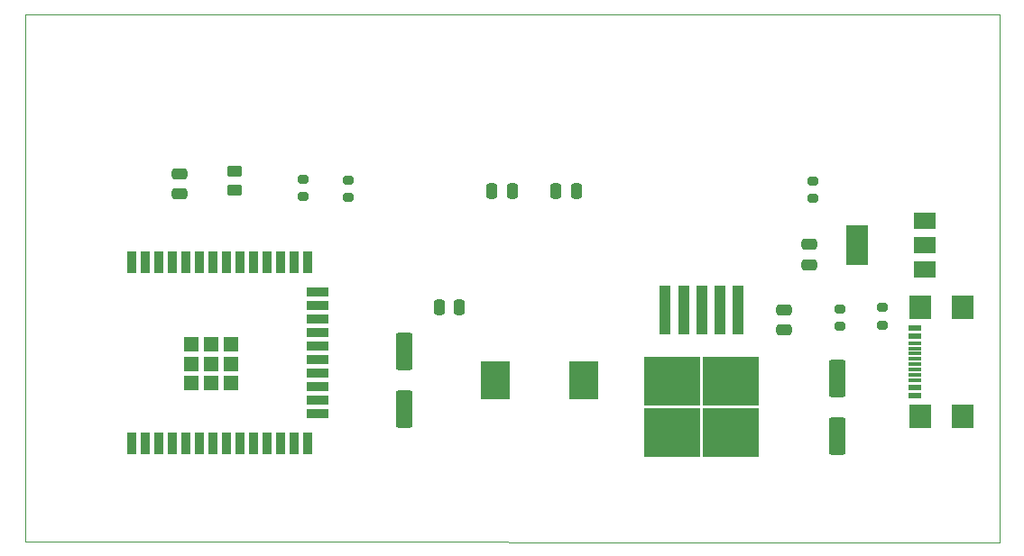
<source format=gbr>
%TF.GenerationSoftware,KiCad,Pcbnew,(6.0.8)*%
%TF.CreationDate,2022-12-01T23:18:13-05:00*%
%TF.ProjectId,HardwareDesign,48617264-7761-4726-9544-657369676e2e,1.0.*%
%TF.SameCoordinates,Original*%
%TF.FileFunction,Paste,Top*%
%TF.FilePolarity,Positive*%
%FSLAX46Y46*%
G04 Gerber Fmt 4.6, Leading zero omitted, Abs format (unit mm)*
G04 Created by KiCad (PCBNEW (6.0.8)) date 2022-12-01 23:18:13*
%MOMM*%
%LPD*%
G01*
G04 APERTURE LIST*
G04 Aperture macros list*
%AMRoundRect*
0 Rectangle with rounded corners*
0 $1 Rounding radius*
0 $2 $3 $4 $5 $6 $7 $8 $9 X,Y pos of 4 corners*
0 Add a 4 corners polygon primitive as box body*
4,1,4,$2,$3,$4,$5,$6,$7,$8,$9,$2,$3,0*
0 Add four circle primitives for the rounded corners*
1,1,$1+$1,$2,$3*
1,1,$1+$1,$4,$5*
1,1,$1+$1,$6,$7*
1,1,$1+$1,$8,$9*
0 Add four rect primitives between the rounded corners*
20,1,$1+$1,$2,$3,$4,$5,0*
20,1,$1+$1,$4,$5,$6,$7,0*
20,1,$1+$1,$6,$7,$8,$9,0*
20,1,$1+$1,$8,$9,$2,$3,0*%
G04 Aperture macros list end*
%TA.AperFunction,Profile*%
%ADD10C,0.100000*%
%TD*%
%ADD11RoundRect,0.200000X-0.275000X0.200000X-0.275000X-0.200000X0.275000X-0.200000X0.275000X0.200000X0*%
%ADD12R,0.900000X2.000000*%
%ADD13R,2.000000X0.900000*%
%ADD14R,1.330000X1.330000*%
%ADD15RoundRect,0.250000X-0.475000X0.250000X-0.475000X-0.250000X0.475000X-0.250000X0.475000X0.250000X0*%
%ADD16RoundRect,0.200000X0.275000X-0.200000X0.275000X0.200000X-0.275000X0.200000X-0.275000X-0.200000X0*%
%ADD17R,2.700000X3.600000*%
%ADD18RoundRect,0.250000X-0.250000X-0.475000X0.250000X-0.475000X0.250000X0.475000X-0.250000X0.475000X0*%
%ADD19RoundRect,0.250000X0.550000X-1.500000X0.550000X1.500000X-0.550000X1.500000X-0.550000X-1.500000X0*%
%ADD20RoundRect,0.250000X0.475000X-0.250000X0.475000X0.250000X-0.475000X0.250000X-0.475000X-0.250000X0*%
%ADD21R,1.150000X0.600000*%
%ADD22R,1.150000X0.300000*%
%ADD23R,2.000000X2.180000*%
%ADD24RoundRect,0.250000X0.250000X0.475000X-0.250000X0.475000X-0.250000X-0.475000X0.250000X-0.475000X0*%
%ADD25RoundRect,0.250000X0.450000X-0.262500X0.450000X0.262500X-0.450000X0.262500X-0.450000X-0.262500X0*%
%ADD26R,2.000000X1.500000*%
%ADD27R,2.000000X3.800000*%
%ADD28R,5.250000X4.550000*%
%ADD29R,1.100000X4.600000*%
G04 APERTURE END LIST*
D10*
X119380000Y-74828400D02*
X119405400Y-124434600D01*
X119405400Y-124434600D02*
X210845400Y-124460000D01*
X210820000Y-74853800D02*
X119380000Y-74828400D01*
X210845400Y-124460000D02*
X210820000Y-74853800D01*
D11*
%TO.C,R3*%
X149758400Y-90411800D03*
X149758400Y-92061800D03*
%TD*%
D12*
%TO.C,U2*%
X129360000Y-115180000D03*
X130630000Y-115180000D03*
X131900000Y-115180000D03*
X133170000Y-115180000D03*
X134440000Y-115180000D03*
X135710000Y-115180000D03*
X136980000Y-115180000D03*
X138250000Y-115180000D03*
X139520000Y-115180000D03*
X140790000Y-115180000D03*
X142060000Y-115180000D03*
X143330000Y-115180000D03*
X144600000Y-115180000D03*
X145870000Y-115180000D03*
D13*
X146870000Y-112395000D03*
X146870000Y-111125000D03*
X146870000Y-109855000D03*
X146870000Y-108585000D03*
X146870000Y-107315000D03*
X146870000Y-106045000D03*
X146870000Y-104775000D03*
X146870000Y-103505000D03*
X146870000Y-102235000D03*
X146870000Y-100965000D03*
D12*
X145870000Y-98180000D03*
X144600000Y-98180000D03*
X143330000Y-98180000D03*
X142060000Y-98180000D03*
X140790000Y-98180000D03*
X139520000Y-98180000D03*
X138250000Y-98180000D03*
X136980000Y-98180000D03*
X135710000Y-98180000D03*
X134440000Y-98180000D03*
X133170000Y-98180000D03*
X131900000Y-98180000D03*
X130630000Y-98180000D03*
X129360000Y-98180000D03*
D14*
X135025000Y-109515000D03*
X135025000Y-107680000D03*
X135025000Y-105845000D03*
X136860000Y-109515000D03*
X136860000Y-107680000D03*
X136860000Y-105845000D03*
X138695000Y-109515000D03*
X138695000Y-107680000D03*
X138695000Y-105845000D03*
%TD*%
D15*
%TO.C,C5*%
X192963800Y-96484400D03*
X192963800Y-98384400D03*
%TD*%
D11*
%TO.C,R2*%
X145465800Y-90335600D03*
X145465800Y-91985600D03*
%TD*%
D16*
%TO.C,R6*%
X199821800Y-104050600D03*
X199821800Y-102400600D03*
%TD*%
%TO.C,R5*%
X195859400Y-104177600D03*
X195859400Y-102527600D03*
%TD*%
D17*
%TO.C,L1*%
X171790000Y-109220000D03*
X163490000Y-109220000D03*
%TD*%
D18*
%TO.C,C6*%
X169230000Y-91440000D03*
X171130000Y-91440000D03*
%TD*%
D19*
%TO.C,C3*%
X195580000Y-114460000D03*
X195580000Y-109060000D03*
%TD*%
%TO.C,C7*%
X154940000Y-111920000D03*
X154940000Y-106520000D03*
%TD*%
D15*
%TO.C,C4*%
X190576200Y-102605800D03*
X190576200Y-104505800D03*
%TD*%
D16*
%TO.C,R4*%
X193344800Y-92163400D03*
X193344800Y-90513400D03*
%TD*%
D20*
%TO.C,C1*%
X133908800Y-91729600D03*
X133908800Y-89829600D03*
%TD*%
D21*
%TO.C,J1*%
X202856500Y-110692800D03*
X202856500Y-109892800D03*
D22*
X202856500Y-108742800D03*
X202856500Y-107742800D03*
X202856500Y-107242800D03*
X202856500Y-106242800D03*
D21*
X202856500Y-104292800D03*
X202856500Y-105092800D03*
D22*
X202856500Y-105742800D03*
X202856500Y-106742800D03*
X202856500Y-108242800D03*
X202856500Y-109242800D03*
D23*
X203431500Y-112602800D03*
X203431500Y-102382800D03*
X207361500Y-112602800D03*
X207361500Y-102382800D03*
%TD*%
D24*
%TO.C,C2*%
X160131800Y-102387400D03*
X158231800Y-102387400D03*
%TD*%
D25*
%TO.C,R1*%
X139065000Y-91387300D03*
X139065000Y-89562300D03*
%TD*%
D24*
%TO.C,C8*%
X165100000Y-91440000D03*
X163200000Y-91440000D03*
%TD*%
D26*
%TO.C,U1*%
X203810000Y-98820000D03*
X203810000Y-96520000D03*
D27*
X197510000Y-96520000D03*
D26*
X203810000Y-94220000D03*
%TD*%
D28*
%TO.C,U3*%
X180105000Y-109335000D03*
X185655000Y-114185000D03*
X180105000Y-114185000D03*
X185655000Y-109335000D03*
D29*
X186280000Y-102610000D03*
X184580000Y-102610000D03*
X182880000Y-102610000D03*
X181180000Y-102610000D03*
X179480000Y-102610000D03*
%TD*%
M02*

</source>
